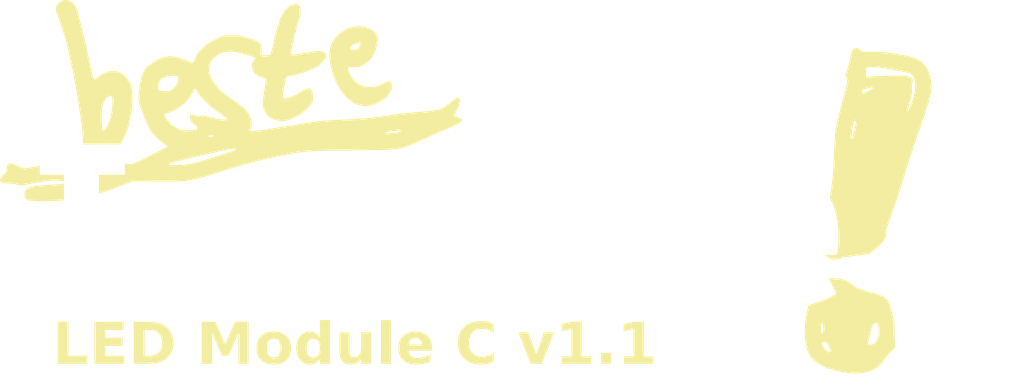
<source format=kicad_pcb>
(kicad_pcb (version 20240108) (generator "pcbnew") (generator_version "8.0")
  (title_block (title "besteLampe! LED Moudule C") (date "2024-03-24") (rev "1.1") (comment 1 "See  https://lenaschimmel.de/besteLampe! for the source and more information") (comment 2 "This source describes Open Hardware and is licensed under the CERN-OHL-S v2.") (comment 3 "Copyright 2024 Lena Schimmel <mail@lenaschimmel.de>"))
  (layers (0 "F.Cu" signal) (1 "In1.Cu" signal) (2 "In2.Cu" signal) (31 "B.Cu" signal) (34 "B.Paste" user) (35 "F.Paste" user) (36 "B.SilkS" user "B.Silkscreen") (37 "F.SilkS" user "F.Silkscreen") (38 "B.Mask" user) (39 "F.Mask" user) (44 "Edge.Cuts" user))
  (net 0 "")
  (footprint "LOGO" (layer "F.Cu") (at 193.751236 87.669498)
    (property "Reference" "G***" (hide yes))
    (property "Value" "LOGO" (hide yes))
  )
  (gr_text "LED Module C v1.1" (at 182.021236 92.889498 0) (layer "F.SilkS") (effects (font (size 1.15 1.15) (thickness 0.2) (bold yes)) (justify left bottom)))
)
</source>
